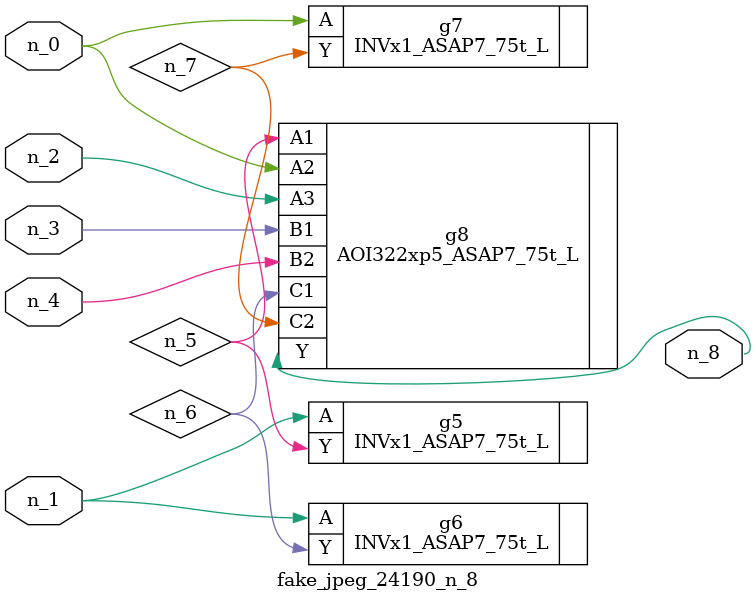
<source format=v>
module fake_jpeg_24190_n_8 (n_3, n_2, n_1, n_0, n_4, n_8);

input n_3;
input n_2;
input n_1;
input n_0;
input n_4;

output n_8;

wire n_6;
wire n_5;
wire n_7;

INVx1_ASAP7_75t_L g5 ( 
.A(n_1),
.Y(n_5)
);

INVx1_ASAP7_75t_L g6 ( 
.A(n_1),
.Y(n_6)
);

INVx1_ASAP7_75t_L g7 ( 
.A(n_0),
.Y(n_7)
);

AOI322xp5_ASAP7_75t_L g8 ( 
.A1(n_5),
.A2(n_0),
.A3(n_2),
.B1(n_3),
.B2(n_4),
.C1(n_6),
.C2(n_7),
.Y(n_8)
);


endmodule
</source>
